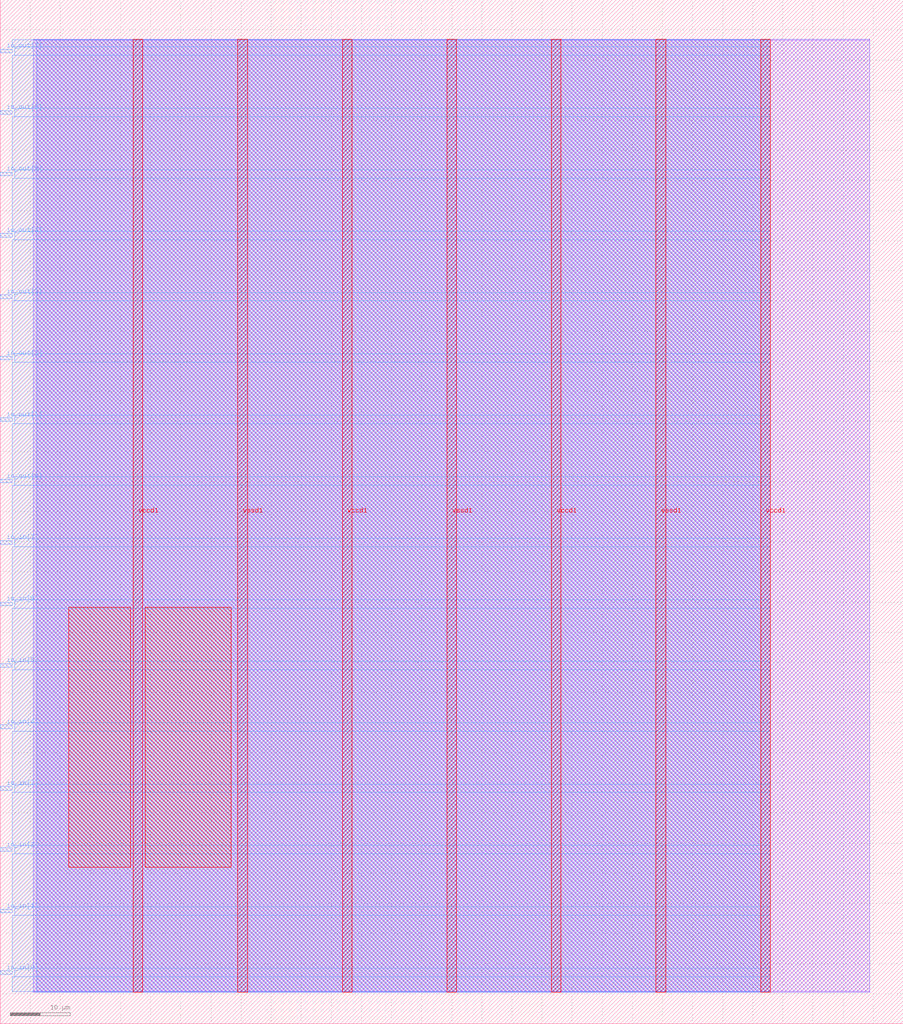
<source format=lef>
VERSION 5.7 ;
  NOWIREEXTENSIONATPIN ON ;
  DIVIDERCHAR "/" ;
  BUSBITCHARS "[]" ;
MACRO razhas_top_level
  CLASS BLOCK ;
  FOREIGN razhas_top_level ;
  ORIGIN 0.000 0.000 ;
  SIZE 150.000 BY 170.000 ;
  PIN io_in[0]
    DIRECTION INPUT ;
    USE SIGNAL ;
    PORT
      LAYER met3 ;
        RECT 0.000 8.200 2.000 8.800 ;
    END
  END io_in[0]
  PIN io_in[1]
    DIRECTION INPUT ;
    USE SIGNAL ;
    PORT
      LAYER met3 ;
        RECT 0.000 18.400 2.000 19.000 ;
    END
  END io_in[1]
  PIN io_in[2]
    DIRECTION INPUT ;
    USE SIGNAL ;
    PORT
      LAYER met3 ;
        RECT 0.000 28.600 2.000 29.200 ;
    END
  END io_in[2]
  PIN io_in[3]
    DIRECTION INPUT ;
    USE SIGNAL ;
    PORT
      LAYER met3 ;
        RECT 0.000 38.800 2.000 39.400 ;
    END
  END io_in[3]
  PIN io_in[4]
    DIRECTION INPUT ;
    USE SIGNAL ;
    PORT
      LAYER met3 ;
        RECT 0.000 49.000 2.000 49.600 ;
    END
  END io_in[4]
  PIN io_in[5]
    DIRECTION INPUT ;
    USE SIGNAL ;
    PORT
      LAYER met3 ;
        RECT 0.000 59.200 2.000 59.800 ;
    END
  END io_in[5]
  PIN io_in[6]
    DIRECTION INPUT ;
    USE SIGNAL ;
    PORT
      LAYER met3 ;
        RECT 0.000 69.400 2.000 70.000 ;
    END
  END io_in[6]
  PIN io_in[7]
    DIRECTION INPUT ;
    USE SIGNAL ;
    PORT
      LAYER met3 ;
        RECT 0.000 79.600 2.000 80.200 ;
    END
  END io_in[7]
  PIN io_out[0]
    DIRECTION OUTPUT TRISTATE ;
    USE SIGNAL ;
    PORT
      LAYER met3 ;
        RECT 0.000 89.800 2.000 90.400 ;
    END
  END io_out[0]
  PIN io_out[1]
    DIRECTION OUTPUT TRISTATE ;
    USE SIGNAL ;
    PORT
      LAYER met3 ;
        RECT 0.000 100.000 2.000 100.600 ;
    END
  END io_out[1]
  PIN io_out[2]
    DIRECTION OUTPUT TRISTATE ;
    USE SIGNAL ;
    PORT
      LAYER met3 ;
        RECT 0.000 110.200 2.000 110.800 ;
    END
  END io_out[2]
  PIN io_out[3]
    DIRECTION OUTPUT TRISTATE ;
    USE SIGNAL ;
    PORT
      LAYER met3 ;
        RECT 0.000 120.400 2.000 121.000 ;
    END
  END io_out[3]
  PIN io_out[4]
    DIRECTION OUTPUT TRISTATE ;
    USE SIGNAL ;
    PORT
      LAYER met3 ;
        RECT 0.000 130.600 2.000 131.200 ;
    END
  END io_out[4]
  PIN io_out[5]
    DIRECTION OUTPUT TRISTATE ;
    USE SIGNAL ;
    PORT
      LAYER met3 ;
        RECT 0.000 140.800 2.000 141.400 ;
    END
  END io_out[5]
  PIN io_out[6]
    DIRECTION OUTPUT TRISTATE ;
    USE SIGNAL ;
    PORT
      LAYER met3 ;
        RECT 0.000 151.000 2.000 151.600 ;
    END
  END io_out[6]
  PIN io_out[7]
    DIRECTION OUTPUT TRISTATE ;
    USE SIGNAL ;
    PORT
      LAYER met3 ;
        RECT 0.000 161.200 2.000 161.800 ;
    END
  END io_out[7]
  PIN vccd1
    DIRECTION INOUT ;
    USE POWER ;
    PORT
      LAYER met4 ;
        RECT 22.090 5.200 23.690 163.440 ;
    END
    PORT
      LAYER met4 ;
        RECT 56.830 5.200 58.430 163.440 ;
    END
    PORT
      LAYER met4 ;
        RECT 91.570 5.200 93.170 163.440 ;
    END
    PORT
      LAYER met4 ;
        RECT 126.310 5.200 127.910 163.440 ;
    END
  END vccd1
  PIN vssd1
    DIRECTION INOUT ;
    USE GROUND ;
    PORT
      LAYER met4 ;
        RECT 39.460 5.200 41.060 163.440 ;
    END
    PORT
      LAYER met4 ;
        RECT 74.200 5.200 75.800 163.440 ;
    END
    PORT
      LAYER met4 ;
        RECT 108.940 5.200 110.540 163.440 ;
    END
  END vssd1
  OBS
      LAYER li1 ;
        RECT 5.520 5.355 144.440 163.285 ;
      LAYER met1 ;
        RECT 5.520 5.200 144.440 163.440 ;
      LAYER met2 ;
        RECT 6.080 5.255 127.880 163.385 ;
      LAYER met3 ;
        RECT 2.000 162.200 127.900 163.365 ;
        RECT 2.400 160.800 127.900 162.200 ;
        RECT 2.000 152.000 127.900 160.800 ;
        RECT 2.400 150.600 127.900 152.000 ;
        RECT 2.000 141.800 127.900 150.600 ;
        RECT 2.400 140.400 127.900 141.800 ;
        RECT 2.000 131.600 127.900 140.400 ;
        RECT 2.400 130.200 127.900 131.600 ;
        RECT 2.000 121.400 127.900 130.200 ;
        RECT 2.400 120.000 127.900 121.400 ;
        RECT 2.000 111.200 127.900 120.000 ;
        RECT 2.400 109.800 127.900 111.200 ;
        RECT 2.000 101.000 127.900 109.800 ;
        RECT 2.400 99.600 127.900 101.000 ;
        RECT 2.000 90.800 127.900 99.600 ;
        RECT 2.400 89.400 127.900 90.800 ;
        RECT 2.000 80.600 127.900 89.400 ;
        RECT 2.400 79.200 127.900 80.600 ;
        RECT 2.000 70.400 127.900 79.200 ;
        RECT 2.400 69.000 127.900 70.400 ;
        RECT 2.000 60.200 127.900 69.000 ;
        RECT 2.400 58.800 127.900 60.200 ;
        RECT 2.000 50.000 127.900 58.800 ;
        RECT 2.400 48.600 127.900 50.000 ;
        RECT 2.000 39.800 127.900 48.600 ;
        RECT 2.400 38.400 127.900 39.800 ;
        RECT 2.000 29.600 127.900 38.400 ;
        RECT 2.400 28.200 127.900 29.600 ;
        RECT 2.000 19.400 127.900 28.200 ;
        RECT 2.400 18.000 127.900 19.400 ;
        RECT 2.000 9.200 127.900 18.000 ;
        RECT 2.400 7.800 127.900 9.200 ;
        RECT 2.000 5.275 127.900 7.800 ;
      LAYER met4 ;
        RECT 11.335 26.015 21.690 69.185 ;
        RECT 24.090 26.015 38.345 69.185 ;
  END
END razhas_top_level
END LIBRARY


</source>
